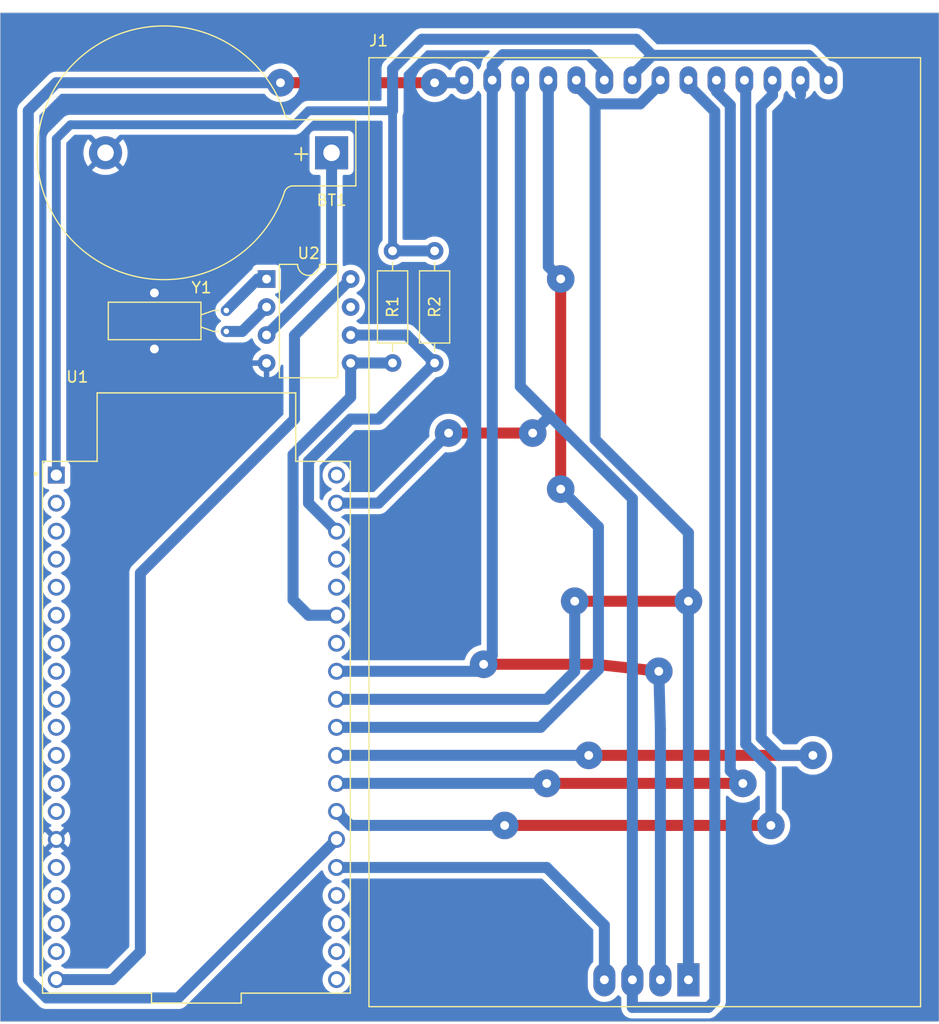
<source format=kicad_pcb>
(kicad_pcb (version 20221018) (generator pcbnew)
  (title_block (title "Smart Heating System - ESP32 Controller") (date "2023-06-15") (rev "Rev 1.1") (company "University of Bolton") (comment 4 "Designed by: Erik Zsolt Kis-Varga"))
  (layers (0 "F.Cu" signal) (31 "B.Cu" signal) (34 "B.Paste" user) (35 "F.Paste" user) (36 "B.SilkS" user "B.Silkscreen") (37 "F.SilkS" user "F.Silkscreen") (38 "B.Mask" user) (39 "F.Mask" user) (44 "Edge.Cuts" user))
  (net 0 "")
  (net 1 "+BATT")
  (net 2 "GND")
  (net 3 "/CLK")
  (net 4 "/MISO")
  (net 5 "/MOSI")
  (net 6 "/SD_CS")
  (net 7 "+3V3")
  (net 8 "/LCD_CS")
  (net 9 "/LCD_RES")
  (net 10 "/LCD_DC")
  (net 11 "/T_CS")
  (net 12 "/T_IRQ")
  (net 13 "/SDA")
  (net 14 "/SCL")
  (net 31 "+5V")
  (net 40 "/X1")
  (net 41 "/X2")
  (footprint "Crystal:Crystal_C38-LF_D3.0mm_L8.0mm_Horizontal" (layer "F.Cu") (at 53.51 70.441 -90)
    (fp_text reference "Y1" (at -2.07 2.25) (layer "F.SilkS"))
    (fp_text value "32.768k")
    (fp_line (start -0.75 2.3) (end -0.75 10.7) (stroke (width 0.12)) (layer "F.SilkS"))
    (fp_line (start -0.75 10.7) (end 2.65 10.7) (stroke (width 0.12)) (layer "F.SilkS"))
    (fp_line (start 0 1.15) (end 0 0.7) (stroke (width 0.12)) (layer "F.SilkS"))
    (fp_line (start 0.405 2.3) (end 0 1.15) (stroke (width 0.12)) (layer "F.SilkS"))
    (fp_line (start 1.495 2.3) (end 1.9 1.15) (stroke (width 0.12)) (layer "F.SilkS"))
    (fp_line (start 1.9 1.15) (end 1.9 0.7) (stroke (width 0.12)) (layer "F.SilkS"))
    (fp_line (start 2.65 2.3) (end -0.75 2.3) (stroke (width 0.12)) (layer "F.SilkS"))
    (fp_line (start 2.65 10.7) (end 2.65 2.3) (stroke (width 0.12)) (layer "F.SilkS"))
    (pad "1" thru_hole circle (at 0 0 270) (size 1 1) (drill 0.5) (layers "*.Cu" "*.Mask") (net 40 "/X1"))
    (pad "2" thru_hole circle (at 1.9 0 270) (size 1 1) (drill 0.5) (layers "*.Cu" "*.Mask") (net 41 "/X2"))
  )
  (footprint "Battery:BatteryHolder_Keystone_103_1x20mm" (layer "F.Cu") (at 63.05 56.151001 180)
    (fp_text reference "BT1" (at 0 -4.3) (layer "F.SilkS"))
    (fp_text value "Battery_Cell")
    (fp_text user "+" (at 2.75 0) (layer "F.SilkS") (effects (font (size 1.5 1.5))))
    (fp_line (start -2.2 -3) (end 3.5 -3) (stroke (width 0.12)) (layer "F.SilkS"))
    (fp_line (start -2.2 3) (end -2.2 -3) (stroke (width 0.12)) (layer "F.SilkS"))
    (fp_line (start -2.2 3) (end 3.5 3) (stroke (width 0.12)) (layer "F.SilkS"))
    (fp_arc (start 3.5 3) (mid 3.950694 3.136459) (end 4.25 3.5) (stroke (width 0.12)) (layer "F.SilkS"))
    (fp_arc (start 4.25 -3.5) (mid 3.950694 -3.136459) (end 3.5 -3) (stroke (width 0.12)) (layer "F.SilkS"))
    (fp_arc (start 4.25 -3.5) (mid 16.971103 -11.358466) (end 26.695671 0) (stroke (width 0.12)) (layer "F.SilkS"))
    (fp_arc (start 26.695671 0) (mid 16.971103 11.358466) (end 4.25 3.5) (stroke (width 0.12)) (layer "F.SilkS"))
    (pad "1" thru_hole rect (at 0 0 180) (size 3 3) (drill 1.5) (layers "*.Cu" "*.Mask") (net 1 "+BATT"))
    (pad "2" thru_hole circle (at 20.49 0 180) (size 3 3) (drill 1.5) (layers "*.Cu" "*.Mask") (net 2 "GND"))
  )
  (footprint "Resistor_THT:R_Axial_DIN0207_L6.3mm_D2.5mm_P10.16mm_Horizontal" (layer "F.Cu") (at 68.58 65.041 -90)
    (fp_text reference "R1" (at 5.08 0 90) (layer "F.SilkS"))
    (fp_text value "3k3")
    (fp_line (start 1.04 0) (end 1.81 0) (stroke (width 0.12)) (layer "F.SilkS"))
    (fp_line (start 1.81 -1.37) (end 1.81 1.37) (stroke (width 0.12)) (layer "F.SilkS"))
    (fp_line (start 1.81 1.37) (end 8.35 1.37) (stroke (width 0.12)) (layer "F.SilkS"))
    (fp_line (start 8.35 -1.37) (end 1.81 -1.37) (stroke (width 0.12)) (layer "F.SilkS"))
    (fp_line (start 8.35 1.37) (end 8.35 -1.37) (stroke (width 0.12)) (layer "F.SilkS"))
    (fp_line (start 9.12 0) (end 8.35 0) (stroke (width 0.12)) (layer "F.SilkS"))
    (pad "1" thru_hole circle (at 0 0 270) (size 1.6 1.6) (drill 0.8) (layers "*.Cu" "*.Mask") (net 7 "+3V3"))
    (pad "2" thru_hole oval (at 10.16 0 270) (size 1.6 1.6) (drill 0.8) (layers "*.Cu" "*.Mask") (net 13 "/SDA"))
  )
  (footprint "ESP32Controller:MODULE_ESP32-DEVKITC" (layer "F.Cu") (at 50.8 108.211)
    (fp_text reference "U1" (at -10.795 -31.75) (layer "F.SilkS"))
    (fp_text value "ESP32-WROOM-32_DEVKIT")
    (fp_line (start -13.95 -24.1) (end -13.95 24.1) (stroke (width 0.127)) (layer "F.SilkS"))
    (fp_line (start -13.95 24.1) (end -4.07 24.1) (stroke (width 0.127)) (layer "F.SilkS"))
    (fp_line (start -9 -30.3) (end 9 -30.3) (stroke (width 0.127)) (layer "F.SilkS"))
    (fp_line (start -9 -24.1) (end -13.95 -24.1) (stroke (width 0.127)) (layer "F.SilkS"))
    (fp_line (start -9 -24.1) (end -9 -30.3) (stroke (width 0.127)) (layer "F.SilkS"))
    (fp_line (start -4.07 24.1) (end -4.07 25) (stroke (width 0.127)) (layer "F.SilkS"))
    (fp_line (start -4.07 25) (end 4.06 25) (stroke (width 0.127)) (layer "F.SilkS"))
    (fp_line (start 4.06 24.1) (end 13.95 24.1) (stroke (width 0.127)) (layer "F.SilkS"))
    (fp_line (start 4.06 25) (end 4.06 24.1) (stroke (width 0.127)) (layer "F.SilkS"))
    (fp_line (start 9 -30.3) (end 9 -24.1) (stroke (width 0.127)) (layer "F.SilkS"))
    (fp_line (start 13.95 -24.1) (end 9 -24.1) (stroke (width 0.127)) (layer "F.SilkS"))
    (fp_line (start 13.95 24.1) (end 13.95 -24.1) (stroke (width 0.127)) (layer "F.SilkS"))
    (fp_circle (center -14.57 -22.97) (end -14.47 -22.97) (stroke (width 0.2)) (fill none) (layer "F.SilkS"))
    (pad "1" thru_hole rect (at -12.7 -22.85) (size 1.53 1.53) (drill 1.02) (layers "*.Cu" "*.Mask") (net 7 "+3V3"))
    (pad "2" thru_hole circle (at -12.7 -20.31) (size 1.53 1.53) (drill 1.02) (layers "*.Cu" "*.Mask"))
    (pad "3" thru_hole circle (at -12.7 -17.77) (size 1.53 1.53) (drill 1.02) (layers "*.Cu" "*.Mask"))
    (pad "4" thru_hole circle (at -12.7 -15.23) (size 1.53 1.53) (drill 1.02) (layers "*.Cu" "*.Mask"))
    (pad "5" thru_hole circle (at -12.7 -12.69) (size 1.53 1.53) (drill 1.02) (layers "*.Cu" "*.Mask"))
    (pad "6" thru_hole circle (at -12.7 -10.15) (size 1.53 1.53) (drill 1.02) (layers "*.Cu" "*.Mask"))
    (pad "7" thru_hole circle (at -12.7 -7.61) (size 1.53 1.53) (drill 1.02) (layers "*.Cu" "*.Mask"))
    (pad "8" thru_hole circle (at -12.7 -5.07) (size 1.53 1.53) (drill 1.02) (layers "*.Cu" "*.Mask"))
    (pad "9" thru_hole circle (at -12.7 -2.53) (size 1.53 1.53) (drill 1.02) (layers "*.Cu" "*.Mask"))
    (pad "10" thru_hole circle (at -12.7 0.01) (size 1.53 1.53) (drill 1.02) (layers "*.Cu" "*.Mask"))
    (pad "11" thru_hole circle (at -12.7 2.55) (size 1.53 1.53) (drill 1.02) (layers "*.Cu" "*.Mask"))
    (pad "12" thru_hole circle (at -12.7 5.09) (size 1.53 1.53) (drill 1.02) (layers "*.Cu" "*.Mask"))
    (pad "13" thru_hole circle (at -12.7 7.63) (size 1.53 1.53) (drill 1.02) (layers "*.Cu" "*.Mask"))
    (pad "14" thru_hole circle (at -12.7 10.17) (size 1.53 1.53) (drill 1.02) (layers "*.Cu" "*.Mask") (net 2 "GND"))
    (pad "15" thru_hole circle (at -12.7 12.71) (size 1.53 1.53) (drill 1.02) (layers "*.Cu" "*.Mask"))
    (pad "16" thru_hole circle (at -12.7 15.25) (size 1.53 1.53) (drill 1.02) (layers "*.Cu" "*.Mask"))
    (pad "17" thru_hole circle (at -12.7 17.79) (size 1.53 1.53) (drill 1.02) (layers "*.Cu" "*.Mask"))
    (pad "18" thru_hole circle (at -12.7 20.33) (size 1.53 1.53) (drill 1.02) (layers "*.Cu" "*.Mask"))
    (pad "19" thru_hole circle (at -12.7 22.87) (size 1.53 1.53) (drill 1.02) (layers "*.Cu" "*.Mask") (net 31 "+5V"))
    (pad "20" thru_hole circle (at 12.7 22.87) (size 1.53 1.53) (drill 1.02) (layers "*.Cu" "*.Mask"))
    (pad "21" thru_hole circle (at 12.7 20.33) (size 1.53 1.53) (drill 1.02) (layers "*.Cu" "*.Mask"))
    (pad "22" thru_hole circle (at 12.7 17.79) (size 1.53 1.53) (drill 1.02) (layers "*.Cu" "*.Mask"))
    (pad "23" thru_hole circle (at 12.7 15.25) (size 1.53 1.53) (drill 1.02) (layers "*.Cu" "*.Mask"))
    (pad "24" thru_hole circle (at 12.7 12.71) (size 1.53 1.53) (drill 1.02) (layers "*.Cu" "*.Mask") (net 6 "/SD_CS"))
    (pad "25" thru_hole circle (at 12.7 10.17) (size 1.53 1.53) (drill 1.02) (layers "*.Cu" "*.Mask") (net 12 "/T_IRQ"))
    (pad "26" thru_hole circle (at 12.7 7.63) (size 1.53 1.53) (drill 1.02) (layers "*.Cu" "*.Mask") (net 9 "/LCD_RES"))
    (pad "27" thru_hole circle (at 12.7 5.09) (size 1.53 1.53) (drill 1.02) (layers "*.Cu" "*.Mask") (net 10 "/LCD_DC"))
    (pad "28" thru_hole circle (at 12.7 2.55) (size 1.53 1.53) (drill 1.02) (layers "*.Cu" "*.Mask") (net 8 "/LCD_CS"))
    (pad "29" thru_hole circle (at 12.7 0.01) (size 1.53 1.53) (drill 1.02) (layers "*.Cu" "*.Mask") (net 11 "/T_CS"))
    (pad "30" thru_hole circle (at 12.7 -2.53) (size 1.53 1.53) (drill 1.02) (layers "*.Cu" "*.Mask") (net 3 "/CLK"))
    (pad "31" thru_hole circle (at 12.7 -5.07) (size 1.53 1.53) (drill 1.02) (layers "*.Cu" "*.Mask") (net 4 "/MISO"))
    (pad "32" thru_hole circle (at 12.7 -7.61) (size 1.53 1.53) (drill 1.02) (layers "*.Cu" "*.Mask"))
    (pad "33" thru_hole circle (at 12.7 -10.15) (size 1.53 1.53) (drill 1.02) (layers "*.Cu" "*.Mask") (net 13 "/SDA"))
    (pad "34" thru_hole circle (at 12.7 -12.69) (size 1.53 1.53) (drill 1.02) (layers "*.Cu" "*.Mask"))
    (pad "35" thru_hole circle (at 12.7 -15.23) (size 1.53 1.53) (drill 1.02) (layers "*.Cu" "*.Mask"))
    (pad "36" thru_hole circle (at 12.7 -17.77) (size 1.53 1.53) (drill 1.02) (layers "*.Cu" "*.Mask") (net 14 "/SCL"))
    (pad "37" thru_hole circle (at 12.7 -20.31) (size 1.53 1.53) (drill 1.02) (layers "*.Cu" "*.Mask") (net 5 "/MOSI"))
    (pad "38" thru_hole circle (at 12.7 -22.85) (size 1.53 1.53) (drill 1.02) (layers "*.Cu" "*.Mask"))
  )
  (footprint "ESP32Controller:2.8LCDTouchWithSD" (layer "F.Cu") (at 91.586 47.536)
    (fp_text reference "J1" (at -24.276 -1.545) (layer "F.SilkS"))
    (fp_text value "TFT&SD Conn")
    (fp_line (start -25.146 0) (end -25.146 86) (stroke (width 0.12)) (layer "F.SilkS"))
    (fp_line (start -25.146 0) (end 24.854 0) (stroke (width 0.12)) (layer "F.SilkS"))
    (fp_line (start -25.146 86) (end 24.854 86) (stroke (width 0.12)) (layer "F.SilkS"))
    (fp_line (start 24.854 0) (end 24.854 86) (stroke (width 0.12)) (layer "F.SilkS"))
    (pad "1" thru_hole rect (at 3.81 83.566) (size 2 3) (drill 0.8) (layers "*.Cu" "*.Mask") (net 3 "/CLK"))
    (pad "2" thru_hole oval (at 1.27 83.566) (size 2 3) (drill 0.8) (layers "*.Cu" "*.Mask") (net 4 "/MISO"))
    (pad "3" thru_hole oval (at -1.27 83.566) (size 2 3) (drill 0.8) (layers "*.Cu" "*.Mask") (net 5 "/MOSI"))
    (pad "4" thru_hole oval (at -3.81 83.566) (size 2 3) (drill 0.8) (layers "*.Cu" "*.Mask") (net 6 "/SD_CS"))
    (pad "5" thru_hole oval (at 16.51 2.032) (size 1.6 2.5) (drill 0.8) (layers "*.Cu" "*.Mask") (net 7 "+3V3"))
    (pad "6" thru_hole oval (at 13.97 2.032) (size 1.6 2.5) (drill 0.8) (layers "*.Cu" "*.Mask") (net 2 "GND"))
    (pad "7" thru_hole oval (at 11.43 2.032) (size 1.6 2.5) (drill 0.8) (layers "*.Cu" "*.Mask") (net 8 "/LCD_CS"))
    (pad "8" thru_hole oval (at 8.89 2.032) (size 1.6 2.5) (drill 0.8) (layers "*.Cu" "*.Mask") (net 9 "/LCD_RES"))
    (pad "9" thru_hole oval (at 6.35 2.032) (size 1.6 2.5) (drill 0.8) (layers "*.Cu" "*.Mask") (net 10 "/LCD_DC"))
    (pad "10" thru_hole oval (at 3.81 2.032) (size 1.6 2.5) (drill 0.8) (layers "*.Cu" "*.Mask") (net 5 "/MOSI"))
    (pad "11" thru_hole oval (at 1.27 2.032) (size 1.6 2.5) (drill 0.8) (layers "*.Cu" "*.Mask") (net 3 "/CLK"))
    (pad "12" thru_hole oval (at -1.27 2.032) (size 1.6 2.5) (drill 0.8) (layers "*.Cu" "*.Mask") (net 7 "+3V3"))
    (pad "13" thru_hole oval (at -3.81 2.032) (size 1.6 2.5) (drill 0.8) (layers "*.Cu" "*.Mask") (net 4 "/MISO"))
    (pad "14" thru_hole oval (at -6.35 2.032) (size 1.6 2.5) (drill 0.8) (layers "*.Cu" "*.Mask") (net 3 "/CLK"))
    (pad "15" thru_hole oval (at -8.89 2.032 180) (size 1.6 2.5) (drill 0.8) (layers "*.Cu" "*.Mask") (net 11 "/T_CS"))
    (pad "16" thru_hole oval (at -11.43 2.032 180) (size 1.6 2.5) (drill 0.8) (layers "*.Cu" "*.Mask") (net 5 "/MOSI"))
    (pad "17" thru_hole oval (at -13.97 2.032 180) (size 1.6 2.5) (drill 0.8) (layers "*.Cu" "*.Mask") (net 4 "/MISO"))
    (pad "18" thru_hole oval (at -16.51 2.032 180) (size 1.6 2.5) (drill 0.8) (layers "*.Cu" "*.Mask") (net 12 "/T_IRQ"))
  )
  (footprint "Resistor_THT:R_Axial_DIN0207_L6.3mm_D2.5mm_P10.16mm_Horizontal" (layer "F.Cu") (at 72.39 65.041 -90)
    (fp_text reference "R2" (at 5.08 0 90) (layer "F.SilkS"))
    (fp_text value "3k3")
    (fp_line (start 1.04 0) (end 1.81 0) (stroke (width 0.12)) (layer "F.SilkS"))
    (fp_line (start 1.81 -1.37) (end 1.81 1.37) (stroke (width 0.12)) (layer "F.SilkS"))
    (fp_line (start 1.81 1.37) (end 8.35 1.37) (stroke (width 0.12)) (layer "F.SilkS"))
    (fp_line (start 8.35 -1.37) (end 1.81 -1.37) (stroke (width 0.12)) (layer "F.SilkS"))
    (fp_line (start 8.35 1.37) (end 8.35 -1.37) (stroke (width 0.12)) (layer "F.SilkS"))
    (fp_line (start 9.12 0) (end 8.35 0) (stroke (width 0.12)) (layer "F.SilkS"))
    (pad "1" thru_hole circle (at 0 0 270) (size 1.6 1.6) (drill 0.8) (layers "*.Cu" "*.Mask") (net 7 "+3V3"))
    (pad "2" thru_hole oval (at 10.16 0 270) (size 1.6 1.6) (drill 0.8) (layers "*.Cu" "*.Mask") (net 14 "/SCL"))
  )
  (footprint "Package_DIP:DIP-8_W7.62mm" (layer "F.Cu") (at 57.16 67.591)
    (fp_text reference "U2" (at 3.81 -2.33) (layer "F.SilkS"))
    (fp_text value "DS1307")
    (fp_line (start 1.16 -1.33) (end 1.16 8.95) (stroke (width 0.12)) (layer "F.SilkS"))
    (fp_line (start 1.16 8.95) (end 6.46 8.95) (stroke (width 0.12)) (layer "F.SilkS"))
    (fp_line (start 2.81 -1.33) (end 1.16 -1.33) (stroke (width 0.12)) (layer "F.SilkS"))
    (fp_line (start 6.46 -1.33) (end 4.81 -1.33) (stroke (width 0.12)) (layer "F.SilkS"))
    (fp_line (start 6.46 8.95) (end 6.46 -1.33) (stroke (width 0.12)) (layer "F.SilkS"))
    (fp_arc (start 4.81 -1.33) (mid 3.81 -0.33) (end 2.81 -1.33) (stroke (width 0.12)) (layer "F.SilkS"))
    (pad "1" thru_hole rect (at 0 0) (size 1.6 1.6) (drill 0.8) (layers "*.Cu" "*.Mask") (net 40 "/X1"))
    (pad "2" thru_hole oval (at 0 2.54) (size 1.6 1.6) (drill 0.8) (layers "*.Cu" "*.Mask") (net 41 "/X2"))
    (pad "3" thru_hole oval (at 0 5.08) (size 1.6 1.6) (drill 0.8) (layers "*.Cu" "*.Mask") (net 1 "+BATT"))
    (pad "4" thru_hole oval (at 0 7.62) (size 1.6 1.6) (drill 0.8) (layers "*.Cu" "*.Mask") (net 2 "GND"))
    (pad "5" thru_hole oval (at 7.62 7.62) (size 1.6 1.6) (drill 0.8) (layers "*.Cu" "*.Mask") (net 13 "/SDA"))
    (pad "6" thru_hole oval (at 7.62 5.08) (size 1.6 1.6) (drill 0.8) (layers "*.Cu" "*.Mask") (net 14 "/SCL"))
    (pad "7" thru_hole oval (at 7.62 2.54) (size 1.6 1.6) (drill 0.8) (layers "*.Cu" "*.Mask"))
    (pad "8" thru_hole oval (at 7.62 0) (size 1.6 1.6) (drill 0.8) (layers "*.Cu" "*.Mask") (net 31 "+5V"))
  )
  (gr_rect (start 33.02 43.451) (end 118.11 134.891) (stroke (width 0.05)) (fill none) (layer "Edge.Cuts"))
  (segment (start 57.16 72.671) (end 63.05 66.781) (width 1) (layer "B.Cu") (net 1))
  (segment (start 63.05 66.781) (end 63.05 56.151001) (width 1) (layer "B.Cu") (net 1))
  (segment (start 46.99 68.851) (end 46.99 73.931) (width 1) (layer "F.Cu") (net 2))
  (via (at 46.99 73.931) (size 2.5) (drill 0.8) (layers "F.Cu" "B.Cu") (net 2))
  (via (at 46.99 68.851) (size 2.5) (drill 0.8) (layers "F.Cu" "B.Cu") (net 2))
  (segment (start 105.556 49.568) (end 105.556 50.925) (width 1) (layer "B.Cu") (net 2))
  (segment (start 85.09 96.791) (end 95.396 96.791) (width 1) (layer "F.Cu") (net 3))
  (via (at 85.09 96.791) (size 2.5) (drill 0.8) (layers "F.Cu" "B.Cu") (net 3))
  (via (at 95.396 96.791) (size 2.5) (drill 0.8) (layers "F.Cu" "B.Cu") (net 3))
  (segment (start 86.936 82.127) (end 95.396 90.587) (width 1) (layer "B.Cu") (net 3))
  (segment (start 95.396 96.791) (end 95.396 131.102) (width 1) (layer "B.Cu") (net 3))
  (segment (start 85.236 49.568) (end 85.236 50.018) (width 1) (layer "B.Cu") (net 3))
  (segment (start 82.55 105.681) (end 85.09 103.141) (width 1) (layer "B.Cu") (net 3))
  (segment (start 91.020163 51.718) (end 92.856 49.882163) (width 1) (layer "B.Cu") (net 3))
  (segment (start 86.936 51.718) (end 91.020163 51.718) (width 1) (layer "B.Cu") (net 3))
  (segment (start 86.936 51.718) (end 86.936 82.127) (width 1) (layer "B.Cu") (net 3))
  (segment (start 85.236 50.018) (end 86.936 51.718) (width 1) (layer "B.Cu") (net 3))
  (segment (start 63.5 105.681) (end 82.55 105.681) (width 1) (layer "B.Cu") (net 3))
  (segment (start 85.09 103.141) (end 85.09 96.791) (width 1) (layer "B.Cu") (net 3))
  (segment (start 95.396 90.587) (end 95.396 96.791) (width 1) (layer "B.Cu") (net 3))
  (segment (start 92.856 49.882163) (end 92.856 49.568) (width 1) (layer "B.Cu") (net 3))
  (segment (start 86.995 102.506) (end 76.835 102.506) (width 1) (layer "F.Cu") (net 4))
  (segment (start 92.71 103.141) (end 86.995 102.506) (width 1) (layer "F.Cu") (net 4))
  (via (at 92.71 103.141) (size 2.5) (drill 0.8) (layers "F.Cu" "B.Cu") (net 4))
  (via (at 76.835 102.506) (size 2.5) (drill 0.8) (layers "F.Cu" "B.Cu") (net 4))
  (segment (start 77.616 101.725) (end 76.835 102.506) (width 1) (layer "B.Cu") (net 4))
  (segment (start 87.776 48.677) (end 87.776 49.568) (width 1) (layer "B.Cu") (net 4))
  (segment (start 92.71 103.141) (end 92.856 108.367) (width 1) (layer "B.Cu") (net 4))
  (segment (start 86.36 47.261) (end 87.776 48.677) (width 1) (layer "B.Cu") (net 4))
  (segment (start 92.856 108.367) (end 92.856 131.102) (width 1) (layer "B.Cu") (net 4))
  (segment (start 77.616 49.568) (end 77.616 101.725) (width 1) (layer "B.Cu") (net 4))
  (segment (start 76.835 102.506) (end 76.2 103.141) (width 1) (layer "B.Cu") (net 4))
  (segment (start 78.573 47.261) (end 86.36 47.261) (width 1) (layer "B.Cu") (net 4))
  (segment (start 77.616 48.218) (end 78.573 47.261) (width 1) (layer "B.Cu") (net 4))
  (segment (start 77.616 49.568) (end 77.616 48.218) (width 1) (layer "B.Cu") (net 4))
  (segment (start 76.2 103.141) (end 63.5 103.141) (width 1) (layer "B.Cu") (net 4))
  (segment (start 73.66 81.551) (end 81.28 81.551) (width 1) (layer "F.Cu") (net 5))
  (via (at 73.66 81.551) (size 2.5) (drill 0.8) (layers "F.Cu" "B.Cu") (net 5))
  (via (at 81.28 81.551) (size 2.5) (drill 0.8) (layers "F.Cu" "B.Cu") (net 5))
  (segment (start 95.396 50.018) (end 95.396 49.568) (width 1) (layer "B.Cu") (net 5))
  (segment (start 90.316 131.102) (end 90.316 133.602) (width 1) (layer "B.Cu") (net 5))
  (segment (start 80.156 77.326898) (end 80.156 49.568) (width 1) (layer "B.Cu") (net 5))
  (segment (start 97.79 52.412) (end 95.396 50.018) (width 1) (layer "B.Cu") (net 5))
  (segment (start 81.28 81.551) (end 82.830051 80.000949) (width 1) (layer "B.Cu") (net 5))
  (segment (start 97.79 133.008) (end 97.79 52.412) (width 1) (layer "B.Cu") (net 5))
  (segment (start 90.316 87.486898) (end 82.830051 80.000949) (width 1) (layer "B.Cu") (net 5))
  (segment (start 63.5 87.901) (end 67.31 87.901) (width 1) (layer "B.Cu") (net 5))
  (segment (start 97.196 133.602) (end 97.79 133.008) (width 1) (layer "B.Cu") (net 5))
  (segment (start 90.316 131.102) (end 90.316 87.486898) (width 1) (layer "B.Cu") (net 5))
  (segment (start 90.316 133.602) (end 97.196 133.602) (width 1) (layer "B.Cu") (net 5))
  (segment (start 67.31 87.901) (end 73.66 81.551) (width 1) (layer "B.Cu") (net 5))
  (segment (start 82.830051 80.000949) (end 80.156 77.326898) (width 1) (layer "B.Cu") (net 5))
  (segment (start 82.55 120.921) (end 63.5 120.921) (width 1) (layer "B.Cu") (net 6))
  (segment (start 87.776 131.102) (end 87.776 126.147) (width 1) (layer "B.Cu") (net 6))
  (segment (start 87.776 126.147) (end 82.55 120.921) (width 1) (layer "B.Cu") (net 6))
  (segment (start 90.659 45.861) (end 71.25 45.861) (width 1) (layer "B.Cu") (net 7))
  (segment (start 68.58 48.531) (end 68.58 52.341) (width 1) (layer "B.Cu") (net 7))
  (segment (start 92.116 47.318) (end 106.296 47.318) (width 1) (layer "B.Cu") (net 7))
  (segment (start 92.116 47.318) (end 90.659 45.861) (width 1) (layer "B.Cu") (net 7))
  (segment (start 60.96 52.341) (end 59.69 53.611) (width 0.8) (layer "B.Cu") (net 7))
  (segment (start 108.096 49.118) (end 108.096 49.568) (width 1) (layer "B.Cu") (net 7))
  (segment (start 90.316 49.118) (end 92.116 47.318) (width 1) (layer "B.Cu") (net 7))
  (segment (start 72.39 65.041) (end 68.58 65.041) (width 1) (layer "B.Cu") (net 7))
  (segment (start 71.25 45.861) (end 68.58 48.531) (width 1) (layer "B.Cu") (net 7))
  (segment (start 59.69 53.611) (end 39.37 53.611) (width 0.8) (layer "B.Cu") (net 7))
  (segment (start 106.296 47.318) (end 108.096 49.118) (width 1) (layer "B.Cu") (net 7))
  (segment (start 68.58 52.341) (end 60.96 52.341) (width 0.8) (layer "B.Cu") (net 7))
  (segment (start 39.37 53.611) (end 38.1 54.881) (width 0.8) (layer "B.Cu") (net 7))
  (segment (start 90.316 49.568) (end 90.316 49.118) (width 1) (layer "B.Cu") (net 7))
  (segment (start 38.1 54.881) (end 38.1 85.361) (width 0.8) (layer "B.Cu") (net 7))
  (segment (start 68.58 52.341) (end 68.58 65.041) (width 0.8) (layer "B.Cu") (net 7))
  (segment (start 86.36 110.761) (end 106.68 110.761) (width 1) (layer "F.Cu") (net 8))
  (via (at 86.36 110.761) (size 2.5) (drill 0.8) (layers "F.Cu" "B.Cu") (net 8))
  (via (at 106.68 110.761) (size 2.5) (drill 0.8) (layers "F.Cu" "B.Cu") (net 8))
  (segment (start 101.99 109.171102) (end 103.579898 110.761) (width 1) (layer "B.Cu") (net 8))
  (segment (start 101.99 51.951) (end 103.016 50.925) (width 1) (layer "B.Cu") (net 8))
  (segment (start 103.016 50.925) (end 103.016 49.568) (width 1) (layer "B.Cu") (net 8))
  (segment (start 101.99 51.951) (end 101.99 109.171102) (width 1) (layer "B.Cu") (net 8))
  (segment (start 103.579898 110.761) (end 106.68 110.761) (width 1) (layer "B.Cu") (net 8))
  (segment (start 63.5 110.761) (end 86.36 110.761) (width 1) (layer "B.Cu") (net 8))
  (segment (start 102.87 117.111) (end 78.74 117.111) (width 1) (layer "F.Cu") (net 9))
  (via (at 102.87 117.111) (size 2.5) (drill 0.8) (layers "F.Cu" "B.Cu") (net 9))
  (via (at 78.74 117.111) (size 2.5) (drill 0.8) (layers "F.Cu" "B.Cu") (net 9))
  (segment (start 100.59 109.751) (end 102.87 112.031) (width 1) (layer "B.Cu") (net 9))
  (segment (start 100.59 49.682) (end 100.59 109.751) (width 1) (layer "B.Cu") (net 9))
  (segment (start 100.476 49.568) (end 100.59 49.682) (width 1) (layer "B.Cu") (net 9))
  (segment (start 102.87 112.031) (end 102.87 117.111) (width 1) (layer "B.Cu") (net 9))
  (segment (start 78.74 117.111) (end 64.77 117.111) (width 1) (layer "B.Cu") (net 9))
  (segment (start 64.77 117.111) (end 63.5 115.841) (width 1) (layer "B.Cu") (net 9))
  (segment (start 82.55 113.301) (end 100.33 113.301) (width 1) (layer "F.Cu") (net 10))
  (via (at 100.33 113.301) (size 2.5) (drill 0.8) (layers "F.Cu" "B.Cu") (net 10))
  (via (at 82.55 113.301) (size 2.5) (drill 0.8) (layers "F.Cu" "B.Cu") (net 10))
  (segment (start 97.936 50.578102) (end 97.936 49.568) (width 1) (layer "B.Cu") (net 10))
  (segment (start 100.33 113.301) (end 99.19 112.161) (width 1) (layer "B.Cu") (net 10))
  (segment (start 63.5 113.301) (end 82.55 113.301) (width 1) (layer "B.Cu") (net 10))
  (segment (start 99.19 51.832102) (end 97.936 50.578102) (width 1) (layer "B.Cu") (net 10))
  (segment (start 99.19 112.161) (end 99.19 51.832102) (width 1) (layer "B.Cu") (net 10))
  (segment (start 83.82 86.631) (end 83.82 67.581) (width 1) (layer "F.Cu") (net 11))
  (via (at 83.82 86.631) (size 2.5) (drill 0.8) (layers "F.Cu" "B.Cu") (net 11))
  (via (at 83.82 67.581) (size 2.5) (drill 0.8) (layers "F.Cu" "B.Cu") (net 11))
  (segment (start 82.696 66.457) (end 82.696 49.568) (width 1) (layer "B.Cu") (net 11))
  (segment (start 87.24 102.970898) (end 87.24 90.051) (width 1) (layer "B.Cu") (net 11))
  (segment (start 81.989898 108.221) (end 87.24 102.970898) (width 1) (layer "B.Cu") (net 11))
  (segment (start 87.24 90.051) (end 83.82 86.631) (width 1) (layer "B.Cu") (net 11))
  (segment (start 63.5 108.221) (end 81.989898 108.221) (width 1) (layer "B.Cu") (net 11))
  (segment (start 83.82 67.581) (end 82.696 66.457) (width 1) (layer "B.Cu") (net 11))
  (segment (start 58.42 49.801) (end 72.39 49.801) (width 1) (layer "F.Cu") (net 12))
  (via (at 72.39 49.801) (size 2.5) (drill 0.8) (layers "F.Cu" "B.Cu") (net 12))
  (via (at 58.42 49.801) (size 2.5) (drill 0.8) (layers "F.Cu" "B.Cu") (net 12))
  (segment (start 38.1 49.801) (end 58.42 49.801) (width 1) (layer "B.Cu") (net 12))
  (segment (start 74.843 49.801) (end 75.076 49.568) (width 1) (layer "B.Cu") (net 12))
  (segment (start 49.135 132.746) (end 37.225 132.746) (width 1) (layer "B.Cu") (net 12))
  (segment (start 63.5 118.381) (end 49.135 132.746) (width 1) (layer "B.Cu") (net 12))
  (segment (start 35.56 52.341) (end 38.1 49.801) (width 1) (layer "B.Cu") (net 12))
  (segment (start 72.39 49.801) (end 74.843 49.801) (width 1) (layer "B.Cu") (net 12))
  (segment (start 37.225 132.746) (end 35.56 131.081) (width 1) (layer "B.Cu") (net 12))
  (segment (start 35.56 131.081) (end 35.56 52.341) (width 1) (layer "B.Cu") (net 12))
  (segment (start 64.78 75.211) (end 64.78 78.291101) (width 1) (layer "B.Cu") (net 13))
  (segment (start 68.58 75.201) (end 64.79 75.201) (width 1) (layer "B.Cu") (net 13))
  (segment (start 64.79 75.201) (end 64.78 75.211) (width 1) (layer "B.Cu") (net 13))
  (segment (start 60.96 98.061) (end 63.5 98.061) (width 1) (layer "B.Cu") (net 13))
  (segment (start 59.56 96.661) (end 60.96 98.061) (width 1) (layer "B.Cu") (net 13))
  (segment (start 59.56 83.511102) (end 59.56 96.661) (width 1) (layer "B.Cu") (net 13))
  (segment (start 64.78 78.291101) (end 59.56 83.511102) (width 1) (layer "B.Cu") (net 13))
  (segment (start 60.96 84.091) (end 60.96 87.901) (width 1) (layer "B.Cu") (net 14))
  (segment (start 67.31 80.281) (end 64.77 80.281) (width 1) (layer "B.Cu") (net 14))
  (segment (start 60.96 87.901) (end 63.5 90.441) (width 1) (layer "B.Cu") (net 14))
  (segment (start 72.39 75.201) (end 67.31 80.281) (width 1) (layer "B.Cu") (net 14))
  (segment (start 64.78 72.671) (end 69.86 72.671) (width 1) (layer "B.Cu") (net 14))
  (segment (start 64.77 80.281) (end 60.96 84.091) (width 1) (layer "B.Cu") (net 14))
  (segment (start 69.86 72.671) (end 72.39 75.201) (width 1) (layer "B.Cu") (net 14))
  (segment (start 45.72 94.251) (end 45.72 128.541) (width 1) (layer "B.Cu") (net 31))
  (segment (start 59.69 80.281) (end 45.72 94.251) (width 1) (layer "B.Cu") (net 31))
  (segment (start 45.72 128.541) (end 43.18 131.081) (width 1) (layer "B.Cu") (net 31))
  (segment (start 64.78 67.591) (end 59.69 72.681) (width 1) (layer "B.Cu") (net 31))
  (segment (start 59.69 72.681) (end 59.69 80.281) (width 1) (layer "B.Cu") (net 31))
  (segment (start 43.18 131.081) (end 38.1 131.081) (width 1) (layer "B.Cu") (net 31))
  (segment (start 56.36 67.591) (end 53.51 70.441) (width 1) (layer "B.Cu") (net 40))
  (segment (start 57.16 67.591) (end 56.36 67.591) (width 1) (layer "B.Cu") (net 40))
  (segment (start 57.16 70.131) (end 54.95 72.341) (width 1) (layer "B.Cu") (net 41))
  (segment (start 54.95 72.341) (end 53.51 72.341) (width 1) (layer "B.Cu") (net 41))
  (zone (net 2) (net_name "GND") (layer "B.Cu") (connect_pads (clearance 0.5)) (min_thickness 0.25) (fill yes (thermal_gap 0.5) (thermal_bridge_width 0.5))
    (polygon (pts (xy 33.02 43.451) (xy 33.02 134.891) (xy 118.11 134.891) (xy 118.11 43.451)))
  )
)
</source>
